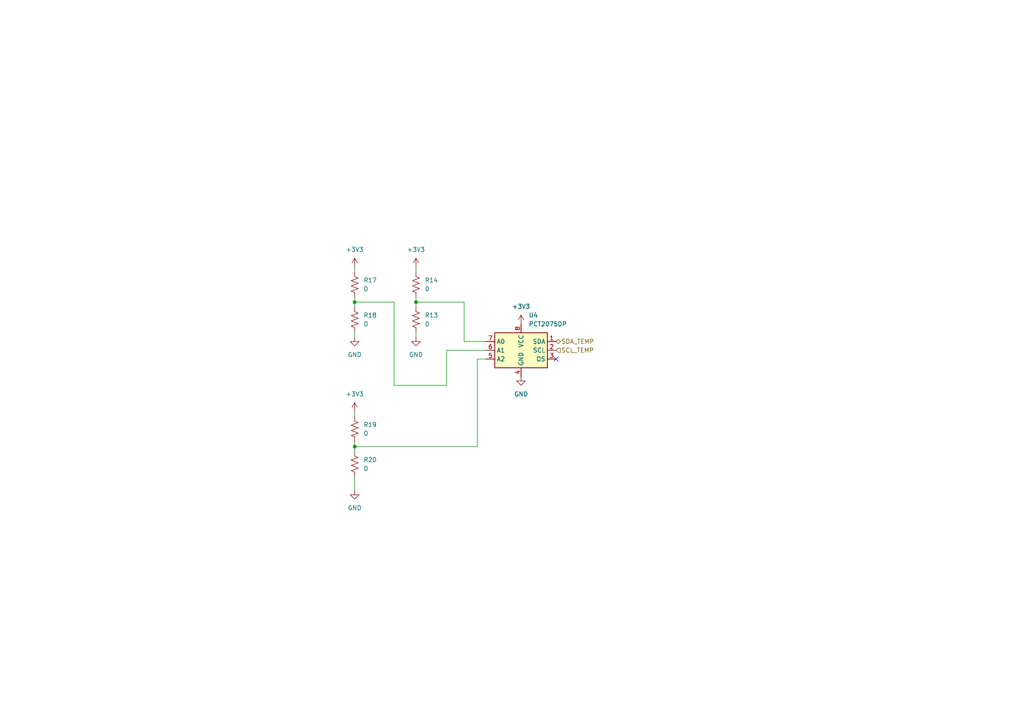
<source format=kicad_sch>
(kicad_sch (version 20230121) (generator eeschema)
  (paper "A4")
  (lib_symbols
    (symbol "Device:R_US" (pin_numbers hide) (pin_names (offset 0))
      (property "Reference" "R" (at 2.54 0 90))
      (property "Value" "R_US" (at -2.54 0 90))
      (symbol "R_US_0_1"
        (polyline (pts (xy 0 -2.286) (xy 0 -2.54)))
        (polyline (pts (xy 0 2.286) (xy 0 2.54)))
        (polyline (pts (xy 0 -0.762) (xy 1.016 -1.143) (xy 0 -1.524) (xy -1.016 -1.905) (xy 0 -2.286)))
        (polyline (pts (xy 0 0.762) (xy 1.016 0.381) (xy 0 0) (xy -1.016 -0.381) (xy 0 -0.762)))
        (polyline (pts (xy 0 2.286) (xy 1.016 1.905) (xy 0 1.524) (xy -1.016 1.143) (xy 0 0.762)))
      )
      (symbol "R_US_1_1"
        (pin passive line (at 0 3.81 270) (length 1.27) (name "~") (number "1"))
        (pin passive line (at 0 -3.81 90) (length 1.27) (name "~") (number "2"))
      )
    )
    (symbol "Sensor_Temperature:PCT2075DP"
      (property "Reference" "U" (at -6.35 6.35 0))
      (property "Value" "PCT2075DP" (at 6.35 6.35 0))
      (symbol "PCT2075DP_0_1"
        (rectangle (start -7.62 5.08) (end 7.62 -5.08) (stroke (width 0.254)) (fill (type background)))
      )
      (symbol "PCT2075DP_1_1"
        (pin bidirectional line (at 10.16 2.54 180) (length 2.54) (name "SDA") (number "1"))
        (pin input line (at 10.16 0 180) (length 2.54) (name "SCL") (number "2"))
        (pin open_collector line (at 10.16 -2.54 180) (length 2.54) (name "OS") (number "3"))
        (pin power_in line (at 0 -7.62 90) (length 2.54) (name "GND") (number "4"))
        (pin input line (at -10.16 -2.54 0) (length 2.54) (name "A2") (number "5"))
        (pin input line (at -10.16 0 0) (length 2.54) (name "A1") (number "6"))
        (pin input line (at -10.16 2.54 0) (length 2.54) (name "A0") (number "7"))
        (pin power_in line (at 0 7.62 270) (length 2.54) (name "VCC") (number "8"))
      )
    )
    (symbol "power:+3V3" (power) (pin_names (offset 0))
      (property "Value" "+3V3" (at 0 3.556 0))
      (symbol "+3V3_0_1"
        (polyline (pts (xy -0.762 1.27) (xy 0 2.54)))
        (polyline (pts (xy 0 0) (xy 0 2.54)))
        (polyline (pts (xy 0 2.54) (xy 0.762 1.27)))
      )
      (symbol "+3V3_1_1"
        (pin power_in line (at 0 0 90) (length 0) hide (name "+3V3") (number "1"))
      )
    )
    (symbol "power:GND" (power) (pin_names (offset 0))
      (property "Value" "GND" (at 0 -3.81 0))
      (symbol "GND_0_1"
        (polyline (pts (xy 0 0) (xy 0 -1.27) (xy 1.27 -1.27) (xy 0 -2.54) (xy -1.27 -1.27) (xy 0 -1.27)))
      )
      (symbol "GND_1_1"
        (pin power_in line (at 0 0 270) (length 0) hide (name "GND") (number "1"))
      )
    )
  )
  (junction (at 120.65 87.63))
  (junction (at 102.87 129.54))
  (junction (at 102.87 87.63))
  (no_connect (at 161.29 104.14))
  (wire (pts (xy 102.87 128.27) (xy 102.87 129.54)))
  (wire (pts (xy 102.87 77.47) (xy 102.87 78.74)))
  (wire (pts (xy 102.87 138.43) (xy 102.87 142.24)))
  (wire (pts (xy 102.87 97.79) (xy 102.87 96.52)))
  (wire (pts (xy 114.3 87.63) (xy 102.87 87.63)))
  (wire (pts (xy 138.43 104.14) (xy 140.97 104.14)))
  (wire (pts (xy 114.3 87.63) (xy 114.3 111.76)))
  (wire (pts (xy 138.43 129.54) (xy 138.43 104.14)))
  (wire (pts (xy 114.3 111.76) (xy 129.54 111.76)))
  (wire (pts (xy 102.87 86.36) (xy 102.87 87.63)))
  (wire (pts (xy 102.87 88.9) (xy 102.87 87.63)))
  (wire (pts (xy 140.97 99.06) (xy 134.62 99.06)))
  (wire (pts (xy 102.87 130.81) (xy 102.87 129.54)))
  (wire (pts (xy 120.65 97.79) (xy 120.65 96.52)))
  (wire (pts (xy 102.87 119.38) (xy 102.87 120.65)))
  (wire (pts (xy 129.54 101.6) (xy 140.97 101.6)))
  (wire (pts (xy 120.65 88.9) (xy 120.65 87.63)))
  (wire (pts (xy 129.54 111.76) (xy 129.54 101.6)))
  (wire (pts (xy 102.87 129.54) (xy 138.43 129.54)))
  (wire (pts (xy 120.65 77.47) (xy 120.65 78.74)))
  (wire (pts (xy 134.62 87.63) (xy 120.65 87.63)))
  (wire (pts (xy 120.65 86.36) (xy 120.65 87.63)))
  (wire (pts (xy 134.62 87.63) (xy 134.62 99.06)))
  (hierarchical_label "SDA_TEMP" (shape bidirectional) (at 161.29 99.06 0))
  (hierarchical_label "SCL_TEMP" (shape input) (at 161.29 101.6 0))
  (symbol (lib_id "Sensor_Temperature:PCT2075DP") (at 151.13 101.6 0) (unit 1)
    (property "Reference" "U4" (at 153.3241 91.44 0) (effects (justify left)))
    (property "Value" "PCT2075DP" (at 153.3241 93.98 0) (effects (justify left)))
    (property "Footprint" "Package_SO:TSSOP-8_3x3mm_P0.65mm" (effects hide))
    (property "Datasheet" "https://www.nxp.com/docs/en/data-sheet/PCT2075.pdf" (effects hide))
  )
  (symbol (lib_id "power:+3V3") (at 120.65 77.47 0) (unit 1)
    (property "Reference" "#PWR018" (effects hide))
    (property "Value" "+3V3" (at 120.65 72.39 0))
  )
  (symbol (lib_id "Device:R_US") (at 120.65 92.71 0) (unit 1)
    (property "Reference" "R13" (at 123.19 91.44 0) (effects (justify left)))
    (property "Value" "0" (at 123.19 93.98 0) (effects (justify left)))
  )
  (symbol (lib_id "Device:R_US") (at 102.87 82.55 0) (unit 1)
    (property "Reference" "R17" (at 105.41 81.28 0) (effects (justify left)))
    (property "Value" "0" (at 105.41 83.82 0) (effects (justify left)))
  )
  (symbol (lib_id "power:GND") (at 151.13 109.22 0) (unit 1)
    (property "Reference" "#PWR023" (effects hide))
    (property "Value" "GND" (at 151.13 114.3 0))
  )
  (symbol (lib_id "power:GND") (at 102.87 97.79 0) (unit 1)
    (property "Reference" "#PWR020" (effects hide))
    (property "Value" "GND" (at 102.87 102.87 0))
  )
  (symbol (lib_id "power:+3V3") (at 102.87 119.38 0) (unit 1)
    (property "Reference" "#PWR021" (effects hide))
    (property "Value" "+3V3" (at 102.87 114.3 0))
  )
  (symbol (lib_id "power:+3V3") (at 151.13 93.98 0) (unit 1)
    (property "Reference" "#PWR026" (effects hide))
    (property "Value" "+3V3" (at 151.13 88.9 0))
  )
  (symbol (lib_id "Device:R_US") (at 102.87 92.71 0) (unit 1)
    (property "Reference" "R18" (at 105.41 91.44 0) (effects (justify left)))
    (property "Value" "0" (at 105.41 93.98 0) (effects (justify left)))
  )
  (symbol (lib_id "power:GND") (at 120.65 97.79 0) (unit 1)
    (property "Reference" "#PWR017" (effects hide))
    (property "Value" "GND" (at 120.65 102.87 0))
  )
  (symbol (lib_id "power:+3V3") (at 102.87 77.47 0) (unit 1)
    (property "Reference" "#PWR019" (effects hide))
    (property "Value" "+3V3" (at 102.87 72.39 0))
  )
  (symbol (lib_id "power:GND") (at 102.87 142.24 0) (unit 1)
    (property "Reference" "#PWR022" (effects hide))
    (property "Value" "GND" (at 102.87 147.32 0))
  )
  (symbol (lib_id "Device:R_US") (at 102.87 134.62 0) (unit 1)
    (property "Reference" "R20" (at 105.41 133.35 0) (effects (justify left)))
    (property "Value" "0" (at 105.41 135.89 0) (effects (justify left)))
  )
  (symbol (lib_id "Device:R_US") (at 102.87 124.46 0) (unit 1)
    (property "Reference" "R19" (at 105.41 123.19 0) (effects (justify left)))
    (property "Value" "0" (at 105.41 125.73 0) (effects (justify left)))
  )
  (symbol (lib_id "Device:R_US") (at 120.65 82.55 0) (unit 1)
    (property "Reference" "R14" (at 123.19 81.28 0) (effects (justify left)))
    (property "Value" "0" (at 123.19 83.82 0) (effects (justify left)))
  )
)
</source>
